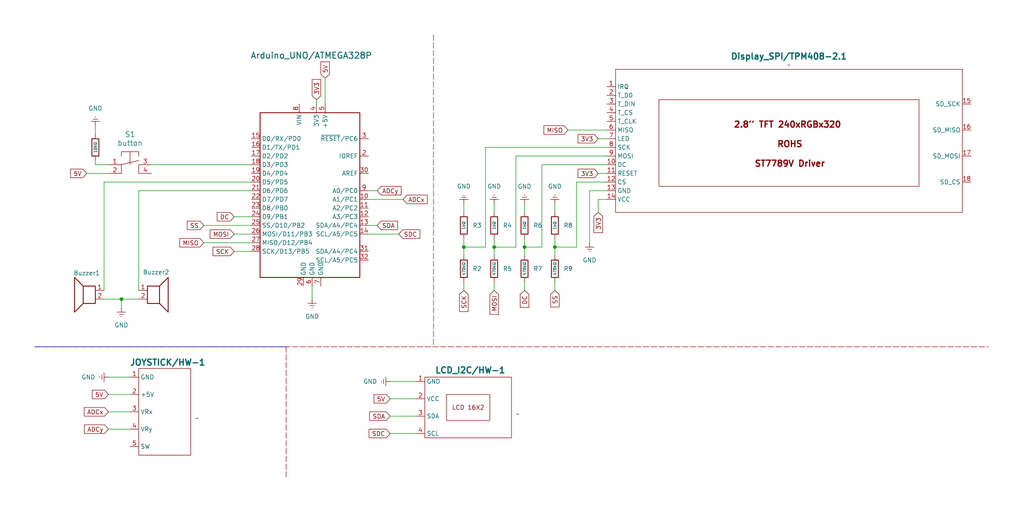
<source format=kicad_sch>
(kicad_sch (version 20250114) (generator "eeschema") (generator_version "9.0")
  (paper "User" 300 150)
  (title_block (title " Proiect PM - Space Invader") (date "2025-05-18"))
  (lib_symbols
    (symbol "Device:Speaker" (pin_names (offset 0) (hide yes))
      (property "Reference" "LS" (at 1.27 5.715 0))
      (property "Value" "Speaker" (at 1.27 3.81 0))
      (symbol "Speaker_0_0"
        (rectangle (start -2.54 1.27) (end 1.016 -3.81) (stroke (width 0.254)))
        (polyline (pts (xy 1.016 1.27) (xy 3.556 3.81) (xy 3.556 -6.35) (xy 1.016 -3.81)) (stroke (width 0.254)))
      )
      (symbol "Speaker_1_1"
        (pin input line (at -5.08 0 0) (length 2.54) (name "1") (number "1"))
        (pin input line (at -5.08 -2.54 0) (length 2.54) (name "2") (number "2"))
      )
    )
    (symbol "Joystick:HW_504"
      (property "Reference" "JOYSTICK/HW-504" (at 0.254 20.066 0))
      (symbol "HW_504_0_1"
        (rectangle (start -7.62 12.7) (end 7.62 -12.7))
      )
      (symbol "HW_504_1_1"
        (pin input line (at -10.16 10.16 0) (length 2.54) (name "GND") (number "1"))
        (pin input line (at -10.16 5.08 0) (length 2.54) (name "+5V") (number "2"))
        (pin input line (at -10.16 0 0) (length 2.54) (name "VRx") (number "3"))
        (pin input line (at -10.16 -5.08 0) (length 2.54) (name "VRy") (number "4"))
        (pin input line (at -10.16 -10.16 0) (length 2.54) (name "SW") (number "5"))
      )
    )
    (symbol "LCD:LCD_I2C_HW061"
      (property "Reference" "LCD_I2C/HW-061" (at 0 16.51 0))
      (symbol "LCD_I2C_HW061_0_1"
        (rectangle (start -12.7 8.89) (end 12.7 -8.89))
        (rectangle (start -6.35 3.81) (end 6.35 -3.81))
      )
      (symbol "LCD_I2C_HW061_1_1"
        (text "LCD 16X2" (at 0 0 0) (effects (font (size 1.27 1.27))))
        (pin input line (at -15.24 7.62 0) (length 2.54) (name "GND") (number "1"))
        (pin input line (at -15.24 2.54 0) (length 2.54) (name "VCC") (number "2"))
        (pin input line (at -15.24 -2.54 0) (length 2.54) (name "SDA") (number "3"))
        (pin input line (at -15.24 -7.62 0) (length 2.54) (name "SCL") (number "4"))
      )
    )
    (symbol "LCD:LCD_SPI_TFT_240xRGBx320"
      (property "Reference" "Display_SPI/TPM408-2.8" (at 0 29.718 0))
      (symbol "LCD_SPI_TFT_240xRGBx320_0_1"
        (rectangle (start -50.8 21.59) (end 50.8 -20.32))
        (rectangle (start -38.1 12.7) (end 38.1 -12.7))
      )
      (symbol "LCD_SPI_TFT_240xRGBx320_1_1"
        (text "2.8'' TFT 240xRGBx320 \n\nROHS\n\nST7789V Driver" (at 0.254 -0.254 0) (effects (font (size 1.778 1.778) (thickness 0.3556) (bold yes))))
        (pin input line (at -53.34 16.51 0) (length 2.54) (name "IRQ") (number "1"))
        (pin input line (at -53.34 13.97 0) (length 2.54) (name "T_D0") (number "2"))
        (pin input line (at -53.34 11.43 0) (length 2.54) (name "T_DIN") (number "3"))
        (pin input line (at -53.34 8.89 0) (length 2.54) (name "T_CS") (number "4"))
        (pin input line (at -53.34 6.35 0) (length 2.54) (name "T_CLK") (number "5"))
        (pin input line (at -53.34 3.81 0) (length 2.54) (name "MISO") (number "6"))
        (pin input line (at -53.34 1.27 0) (length 2.54) (name "LED") (number "7"))
        (pin input line (at -53.34 -1.27 0) (length 2.54) (name "SCK") (number "8"))
        (pin input line (at -53.34 -3.81 0) (length 2.54) (name "MOSI") (number "9"))
        (pin input line (at -53.34 -6.35 0) (length 2.54) (name "DC") (number "10"))
        (pin input line (at -53.34 -8.89 0) (length 2.54) (name "RESET") (number "11"))
        (pin input line (at -53.34 -11.43 0) (length 2.54) (name "CS") (number "12"))
        (pin input line (at -53.34 -13.97 0) (length 2.54) (name "GND") (number "13"))
        (pin input line (at -53.34 -16.51 0) (length 2.54) (name "VCC") (number "14"))
        (pin input line (at 53.34 11.43 180) (length 2.54) (name "SD_SCK") (number "15"))
        (pin input line (at 53.34 3.81 180) (length 2.54) (name "SD_MISO") (number "16"))
        (pin input line (at 53.34 -3.81 180) (length 2.54) (name "SD_MOSI") (number "17"))
        (pin input line (at 53.34 -11.43 180) (length 2.54) (name "SD_CS") (number "18"))
      )
    )
    (symbol "MCU_Module:Arduino_UNO_R3"
      (property "Reference" "A1" (at 7.2233 27.94 0))
      (property "Value" "Arduino_UNO/ATMEGA328P" (at 4.826 39.624 0))
      (symbol "Arduino_UNO_R3_0_1"
        (rectangle (start -10.16 22.86) (end 19.05 -25.4) (stroke (width 0.254)))
      )
      (symbol "Arduino_UNO_R3_1_1"
        (pin bidirectional line (at -12.7 15.24 0) (length 2.54) (name "D0/RX/PD0") (number "15"))
        (pin bidirectional line (at -12.7 12.7 0) (length 2.54) (name "D1/TX/PD1") (number "16"))
        (pin bidirectional line (at -12.7 10.16 0) (length 2.54) (name "D2/PD2") (number "17"))
        (pin bidirectional line (at -12.7 7.62 0) (length 2.54) (name "D3/PD3") (number "18"))
        (pin bidirectional line (at -12.7 5.08 0) (length 2.54) (name "D4/PD4") (number "19"))
        (pin bidirectional line (at -12.7 2.54 0) (length 2.54) (name "D5/PD5") (number "20"))
        (pin bidirectional line (at -12.7 0 0) (length 2.54) (name "D6/PD6") (number "21"))
        (pin bidirectional line (at -12.7 -2.54 0) (length 2.54) (name "D7/PD7") (number "22"))
        (pin bidirectional line (at -12.7 -5.08 0) (length 2.54) (name "D8/PB0") (number "23"))
        (pin bidirectional line (at -12.7 -7.62 0) (length 2.54) (name "D9/PB1") (number "24"))
        (pin bidirectional line (at -12.7 -10.16 0) (length 2.54) (name "SS/D10/PB2") (number "25"))
        (pin bidirectional line (at -12.7 -12.7 0) (length 2.54) (name "MOSI/D11/PB3") (number "26"))
        (pin bidirectional line (at -12.7 -15.24 0) (length 2.54) (name "MISO/D12/PB4") (number "27"))
        (pin bidirectional line (at -12.7 -17.78 0) (length 2.54) (name "SCK/D13/PB5") (number "28"))
        (pin no_connect line (at -10.16 -20.32 0) (length 2.54) (hide yes) (name "NC") (number "1"))
        (pin power_in line (at 1.27 25.4 270) (length 2.54) (name "VIN") (number "8"))
        (pin power_in line (at 2.54 -27.94 90) (length 2.54) (name "GND") (number "29"))
        (pin power_in line (at 5.08 -27.94 90) (length 2.54) (name "GND") (number "6"))
        (pin power_out line (at 6.35 25.4 270) (length 2.54) (name "3V3") (number "4"))
        (pin power_in line (at 7.62 -27.94 90) (length 2.54) (name "GND") (number "7"))
        (pin power_out line (at 8.89 25.4 270) (length 2.54) (name "+5V") (number "5"))
        (pin input line (at 21.59 15.24 180) (length 2.54) (name "~{RESET}/PC6") (number "3"))
        (pin output line (at 21.59 10.16 180) (length 2.54) (name "IOREF") (number "2"))
        (pin input line (at 21.59 5.08 180) (length 2.54) (name "AREF") (number "30"))
        (pin bidirectional line (at 21.59 0 180) (length 2.54) (name "A0/PC0") (number "9"))
        (pin bidirectional line (at 21.59 -2.54 180) (length 2.54) (name "A1/PC1") (number "10"))
        (pin bidirectional line (at 21.59 -5.08 180) (length 2.54) (name "A2/PC2") (number "11"))
        (pin bidirectional line (at 21.59 -7.62 180) (length 2.54) (name "A3/PC3") (number "12"))
        (pin bidirectional line (at 21.59 -10.16 180) (length 2.54) (name "SDA/A4/PC4") (number "13"))
        (pin bidirectional line (at 21.59 -12.7 180) (length 2.54) (name "SCL/A5/PC5") (number "14"))
        (pin bidirectional line (at 21.59 -17.78 180) (length 2.54) (name "SDA/A4/PC4") (number "31"))
        (pin bidirectional line (at 21.59 -20.32 180) (length 2.54) (name "SCL/A5/PC5") (number "32"))
      )
    )
    (symbol "PCM_JLCPCB-Resistors:0402,1kΩ" (pin_numbers (hide yes)) (pin_names (offset 0))
      (property "Reference" "R" (at 1.778 0 0))
      (property "Value" "1kΩ" (at 0 0 90))
      (symbol "0402,1kΩ_0_1"
        (rectangle (start -1.016 2.54) (end 1.016 -2.54) (stroke (width 0.254)))
      )
      (symbol "0402,1kΩ_1_1"
        (pin passive line (at 0 3.81 270) (length 1.27) (name "~") (number "1"))
        (pin passive line (at 0 -3.81 90) (length 1.27) (name "~") (number "2"))
      )
    )
    (symbol "PCM_JLCPCB-Resistors:0402,470kΩ" (pin_numbers (hide yes)) (pin_names (offset 0))
      (property "Reference" "R" (at 1.778 0 0))
      (property "Value" "470kΩ" (at 0 0 90))
      (symbol "0402,470kΩ_0_1"
        (rectangle (start -1.016 2.54) (end 1.016 -2.54) (stroke (width 0.254)))
      )
      (symbol "0402,470kΩ_1_1"
        (pin passive line (at 0 3.81 270) (length 1.27) (name "~") (number "1"))
        (pin passive line (at 0 -3.81 90) (length 1.27) (name "~") (number "2"))
      )
    )
    (symbol "PCM_JLCPCB-Resistors:0805,10kΩ" (pin_numbers (hide yes)) (pin_names (offset 0))
      (property "Reference" "R" (at 1.778 0 0))
      (property "Value" "10kΩ" (at 0 0 90))
      (symbol "0805,10kΩ_0_1"
        (rectangle (start -1.016 2.54) (end 1.016 -2.54) (stroke (width 0.254)))
      )
      (symbol "0805,10kΩ_1_1"
        (pin passive line (at 0 3.81 270) (length 1.27) (name "~") (number "1"))
        (pin passive line (at 0 -3.81 90) (length 1.27) (name "~") (number "2"))
      )
    )
    (symbol "SPST-4PIN:button" (pin_names (offset 1.016))
      (property "Reference" "S" (at -1.27 7.62 0))
      (property "Value" "button" (at 0 -2.54 0))
      (symbol "button_0_1"
        (polyline (pts (xy -2.54 5.08) (xy -2.54 6.35) (xy 2.54 6.35) (xy 2.54 5.08)))
        (polyline (pts (xy -2.54 2.54) (xy 2.54 3.81)))
        (polyline (pts (xy -2.54 0) (xy -2.54 2.54)))
        (polyline (pts (xy 0 6.35) (xy 0 2.54)))
        (polyline (pts (xy 2.54 0) (xy 2.54 2.54)))
      )
      (symbol "button_1_1"
        (pin passive line (at -6.35 2.54 0) (length 3.81) (name "~") (number "1"))
        (pin passive line (at -6.35 0 0) (length 3.81) (name "~") (number "2"))
        (pin passive line (at 6.35 2.54 180) (length 3.81) (name "~") (number "3"))
        (pin passive line (at 6.35 0 180) (length 3.81) (name "~") (number "4"))
      )
    )
    (symbol "Speaker_1" (pin_names (offset 0) (hide yes))
      (property "Value" "Buzzer1" (at 0 -7.62 0))
      (symbol "Speaker_1_0_0"
        (rectangle (start -2.54 1.27) (end 1.016 -3.81) (stroke (width 0.254)))
        (polyline (pts (xy 1.016 1.27) (xy 3.556 3.81) (xy 3.556 -6.35) (xy 1.016 -3.81)) (stroke (width 0.254)))
      )
      (symbol "Speaker_1_1_1"
        (pin input line (at -5.08 0 0) (length 2.54) (name "2") (number "2"))
        (pin input line (at -5.08 -2.54 0) (length 2.54) (name "1") (number "1"))
      )
    )
    (symbol "power:GNDREF" (power) (pin_numbers (hide yes)) (pin_names (offset 0) (hide yes))
      (property "Value" "GNDREF" (at 0 -3.81 0))
      (symbol "GNDREF_0_1"
        (polyline (pts (xy -0.635 -1.905) (xy 0.635 -1.905)))
        (polyline (pts (xy -0.127 -2.54) (xy 0.127 -2.54)))
        (polyline (pts (xy 0 -1.27) (xy 0 0)))
        (polyline (pts (xy 1.27 -1.27) (xy -1.27 -1.27)))
      )
      (symbol "GNDREF_1_1"
        (pin power_in line (at 0 0 270) (length 0) (name "~") (number "1"))
      )
    )
  )
  (junction (at 153.67 72.39))
  (junction (at 162.56 72.39))
  (junction (at 135.89 72.39))
  (junction (at 144.78 72.39))
  (junction (at 35.56 87.63))
  (wire (pts (xy 30.48 53.34) (xy 73.66 53.34)))
  (wire (pts (xy 168.91 53.34) (xy 177.8 53.34)))
  (wire (pts (xy 27.94 48.26) (xy 27.94 46.99)))
  (wire (pts (xy 158.75 72.39) (xy 153.67 72.39)))
  (polyline (pts (xy 127 10.16) (xy 127 101.6)) (stroke (width 0) (type dash) (color 187 0 10 1)))
  (wire (pts (xy 172.72 55.88) (xy 177.8 55.88)))
  (wire (pts (xy 153.67 69.85) (xy 153.67 72.39)))
  (wire (pts (xy 162.56 82.55) (xy 162.56 85.09)))
  (polyline (pts (xy 10.16 101.6) (xy 83.82 101.6)))
  (wire (pts (xy 35.56 87.63) (xy 35.56 90.17)))
  (wire (pts (xy 144.78 72.39) (xy 144.78 74.93)))
  (wire (pts (xy 151.13 45.72) (xy 177.8 45.72)))
  (wire (pts (xy 91.44 83.82) (xy 91.44 87.63)))
  (wire (pts (xy 135.89 82.55) (xy 135.89 85.09)))
  (wire (pts (xy 153.67 82.55) (xy 153.67 85.09)))
  (wire (pts (xy 144.78 59.69) (xy 144.78 62.23)))
  (wire (pts (xy 27.94 36.83) (xy 27.94 39.37)))
  (polyline (pts (xy 10.16 101.6) (xy 289.56 101.6)) (stroke (width 0) (type dash) (color 187 0 10 1)))
  (wire (pts (xy 68.58 63.5) (xy 73.66 63.5)))
  (wire (pts (xy 175.26 40.64) (xy 177.8 40.64)))
  (wire (pts (xy 172.72 71.12) (xy 172.72 55.88)))
  (wire (pts (xy 31.75 120.65) (xy 38.1 120.65)))
  (wire (pts (xy 107.95 66.04) (xy 110.49 66.04)))
  (wire (pts (xy 31.75 48.26) (xy 27.94 48.26)))
  (wire (pts (xy 153.67 59.69) (xy 153.67 62.23)))
  (wire (pts (xy 40.64 55.88) (xy 40.64 85.09)))
  (wire (pts (xy 40.64 55.88) (xy 73.66 55.88)))
  (wire (pts (xy 114.3 127) (xy 121.92 127)))
  (wire (pts (xy 25.4 50.8) (xy 31.75 50.8)))
  (wire (pts (xy 44.45 48.26) (xy 73.66 48.26)))
  (wire (pts (xy 175.26 50.8) (xy 177.8 50.8)))
  (wire (pts (xy 142.24 43.18) (xy 177.8 43.18)))
  (wire (pts (xy 95.25 22.86) (xy 95.25 30.48)))
  (wire (pts (xy 68.58 68.58) (xy 73.66 68.58)))
  (wire (pts (xy 158.75 48.26) (xy 177.8 48.26)))
  (wire (pts (xy 135.89 59.69) (xy 135.89 62.23)))
  (wire (pts (xy 162.56 69.85) (xy 162.56 72.39)))
  (wire (pts (xy 114.3 116.84) (xy 121.92 116.84)))
  (wire (pts (xy 30.48 53.34) (xy 30.48 85.09)))
  (wire (pts (xy 68.58 73.66) (xy 73.66 73.66)))
  (wire (pts (xy 144.78 69.85) (xy 144.78 72.39)))
  (wire (pts (xy 151.13 72.39) (xy 144.78 72.39)))
  (wire (pts (xy 35.56 87.63) (xy 40.64 87.63)))
  (wire (pts (xy 107.95 68.58) (xy 116.84 68.58)))
  (wire (pts (xy 166.37 38.1) (xy 177.8 38.1)))
  (wire (pts (xy 142.24 43.18) (xy 142.24 72.39)))
  (wire (pts (xy 92.71 29.21) (xy 92.71 30.48)))
  (wire (pts (xy 107.95 55.88) (xy 110.49 55.88)))
  (wire (pts (xy 175.26 62.23) (xy 175.26 58.42)))
  (wire (pts (xy 175.26 58.42) (xy 177.8 58.42)))
  (wire (pts (xy 30.48 87.63) (xy 35.56 87.63)))
  (wire (pts (xy 168.91 72.39) (xy 162.56 72.39)))
  (wire (pts (xy 59.69 71.12) (xy 73.66 71.12)))
  (polyline (pts (xy 83.82 101.6) (xy 83.82 139.7)) (stroke (width 0) (type dash) (color 187 0 10 1)))
  (wire (pts (xy 162.56 72.39) (xy 162.56 74.93)))
  (wire (pts (xy 153.67 72.39) (xy 153.67 74.93)))
  (wire (pts (xy 142.24 72.39) (xy 135.89 72.39)))
  (wire (pts (xy 59.69 66.04) (xy 73.66 66.04)))
  (wire (pts (xy 162.56 59.69) (xy 162.56 62.23)))
  (wire (pts (xy 135.89 72.39) (xy 135.89 74.93)))
  (wire (pts (xy 151.13 45.72) (xy 151.13 72.39)))
  (wire (pts (xy 168.91 53.34) (xy 168.91 72.39)))
  (wire (pts (xy 31.75 110.49) (xy 38.1 110.49)))
  (wire (pts (xy 114.3 111.76) (xy 121.92 111.76)))
  (wire (pts (xy 114.3 121.92) (xy 121.92 121.92)))
  (wire (pts (xy 135.89 69.85) (xy 135.89 72.39)))
  (wire (pts (xy 31.75 115.57) (xy 38.1 115.57)))
  (wire (pts (xy 158.75 48.26) (xy 158.75 72.39)))
  (wire (pts (xy 144.78 82.55) (xy 144.78 85.09)))
  (wire (pts (xy 31.75 125.73) (xy 38.1 125.73)))
  (wire (pts (xy 107.95 58.42) (xy 118.11 58.42)))
  (global_label "SS" (shape input) (at 162.56 85.09 270) (property "Intersheetrefs" "${INTERSHEET_REFS}" (effects (hide yes))))
  (global_label "MOSI" (shape input) (at 144.78 85.09 270) (property "Intersheetrefs" "${INTERSHEET_REFS}" (effects (hide yes))))
  (global_label "SDC" (shape input) (at 114.3 127 180) (property "Intersheetrefs" "${INTERSHEET_REFS}" (effects (hide yes))))
  (global_label "ADCx" (shape input) (at 31.75 120.65 180) (property "Intersheetrefs" "${INTERSHEET_REFS}" (effects (hide yes))))
  (global_label "3V3" (shape input) (at 92.71 29.21 90) (property "Intersheetrefs" "${INTERSHEET_REFS}" (effects (hide yes))))
  (global_label "ADCy" (shape input) (at 31.75 125.73 180) (property "Intersheetrefs" "${INTERSHEET_REFS}" (effects (hide yes))))
  (global_label "3V3" (shape input) (at 175.26 50.8 180) (property "Intersheetrefs" "${INTERSHEET_REFS}" (effects (hide yes))))
  (global_label "5V" (shape input) (at 114.3 116.84 180) (property "Intersheetrefs" "${INTERSHEET_REFS}" (effects (hide yes))))
  (global_label "MOSI" (shape input) (at 68.58 68.58 180) (property "Intersheetrefs" "${INTERSHEET_REFS}" (effects (hide yes))))
  (global_label "ADCy" (shape input) (at 110.49 55.88 0) (property "Intersheetrefs" "${INTERSHEET_REFS}" (effects (hide yes))))
  (global_label "5V" (shape input) (at 31.75 115.57 180) (property "Intersheetrefs" "${INTERSHEET_REFS}" (effects (hide yes))))
  (global_label "3V3" (shape input) (at 175.26 40.64 180) (property "Intersheetrefs" "${INTERSHEET_REFS}" (effects (hide yes))))
  (global_label "5V" (shape input) (at 25.4 50.8 180) (property "Intersheetrefs" "${INTERSHEET_REFS}" (effects (hide yes))))
  (global_label "MISO" (shape input) (at 166.37 38.1 180) (property "Intersheetrefs" "${INTERSHEET_REFS}" (effects (hide yes))))
  (global_label "5V" (shape input) (at 95.25 22.86 90) (property "Intersheetrefs" "${INTERSHEET_REFS}" (effects (hide yes))))
  (global_label "SDA" (shape input) (at 110.49 66.04 0) (property "Intersheetrefs" "${INTERSHEET_REFS}" (effects (hide yes))))
  (global_label "DC" (shape input) (at 68.58 63.5 180) (property "Intersheetrefs" "${INTERSHEET_REFS}" (effects (hide yes))))
  (global_label "SCK" (shape input) (at 68.58 73.66 180) (property "Intersheetrefs" "${INTERSHEET_REFS}" (effects (hide yes))))
  (global_label "3V3" (shape input) (at 175.26 62.23 270) (property "Intersheetrefs" "${INTERSHEET_REFS}" (effects (hide yes))))
  (global_label "SCK" (shape input) (at 135.89 85.09 270) (property "Intersheetrefs" "${INTERSHEET_REFS}" (effects (hide yes))))
  (global_label "MISO" (shape input) (at 59.69 71.12 180) (property "Intersheetrefs" "${INTERSHEET_REFS}" (effects (hide yes))))
  (global_label "ADCx" (shape input) (at 118.11 58.42 0) (property "Intersheetrefs" "${INTERSHEET_REFS}" (effects (hide yes))))
  (global_label "SDC" (shape input) (at 116.84 68.58 0) (property "Intersheetrefs" "${INTERSHEET_REFS}" (effects (hide yes))))
  (global_label "DC" (shape input) (at 153.67 85.09 270) (property "Intersheetrefs" "${INTERSHEET_REFS}" (effects (hide yes))))
  (global_label "SS" (shape input) (at 59.69 66.04 180) (property "Intersheetrefs" "${INTERSHEET_REFS}" (effects (hide yes))))
  (global_label "SDA" (shape input) (at 114.3 121.92 180) (property "Intersheetrefs" "${INTERSHEET_REFS}" (effects (hide yes))))
  (symbol (lib_id "power:GNDREF") (at 31.75 110.49 270) (unit 1)
    (property "Reference" "#PWR04" (effects (hide yes)))
    (property "Value" "GND" (at 27.94 110.4899 90) (effects (justify right)))
    (property "Description" "Power symbol creates a global label with name \"GNDREF\" , reference supply ground" (effects (hide yes)))
  )
  (symbol (lib_id "power:GNDREF") (at 91.44 87.63 0) (unit 1)
    (property "Reference" "#PWR01" (effects (hide yes)))
    (property "Value" "GND" (at 91.44 92.71 0))
    (property "Description" "Power symbol creates a global label with name \"GNDREF\" , reference supply ground" (effects (hide yes)))
  )
  (symbol (lib_id "PCM_JLCPCB-Resistors:0402,1kΩ") (at 153.67 66.04 0) (unit 1)
    (property "Reference" "R6" (at 156.21 66.0399 0) (effects (justify left)))
    (property "Value" "1kΩ" (at 153.67 66.04 90) (effects (font (size 0.8 0.8))))
    (property "Footprint" "PCM_JLCPCB:R_0402" (effects (hide yes)))
    (property "Datasheet" "https://www.lcsc.com/datasheet/lcsc_datasheet_2206010216_UNI-ROYAL-Uniroyal-Elec-0402WGF1001TCE_C11702.pdf" (effects (hide yes)))
    (property "Description" "62.5mW Thick Film Resistors 50V ±100ppm/°C ±1% 1kΩ 0402 Chip Resistor - Surface Mount ROHS" (effects (hide yes)))
    (property "LCSC" "C11702" (effects (hide yes)))
    (property "Stock" "17763224" (effects (hide yes)))
    (property "Price" "0.004USD" (effects (hide yes)))
    (property "Process" "SMT" (effects (hide yes)))
    (property "Minimum Qty" "20" (effects (hide yes)))
    (property "Attrition Qty" "10" (effects (hide yes)))
    (property "Class" "Basic Component" (effects (hide yes)))
    (property "Category" "Resistors,Chip Resistor - Surface Mount" (effects (hide yes)))
    (property "Manufacturer" "UNI-ROYAL(Uniroyal Elec)" (effects (hide yes)))
    (property "Part" "0402WGF1001TCE" (effects (hide yes)))
    (property "Resistance" "1kΩ" (effects (hide yes)))
    (property "Power(Watts)" "62.5mW" (effects (hide yes)))
    (property "Type" "Thick Film Resistors" (effects (hide yes)))
    (property "Overload Voltage (Max)" "50V" (effects (hide yes)))
    (property "Operating Temperature Range" "-55°C~+155°C" (effects (hide yes)))
    (property "Tolerance" "±1%" (effects (hide yes)))
    (property "Temperature Coefficient" "±100ppm/°C" (effects (hide yes)))
  )
  (symbol (lib_id "power:GNDREF") (at 162.56 59.69 180) (unit 1)
    (property "Reference" "#PWR010" (effects (hide yes)))
    (property "Value" "GND" (at 162.56 54.61 0))
    (property "Description" "Power symbol creates a global label with name \"GNDREF\" , reference supply ground" (effects (hide yes)))
  )
  (symbol (lib_id "LCD:LCD_SPI_TFT_240xRGBx320") (at 231.14 41.91 0) (unit 1)
    (property "Reference" "Display_SPI/TPM408-2.1" (at 231.14 16.51 0) (effects (font (size 1.778 1.778) (thickness 0.3556) (bold yes))))
    (property "Value" "~" (at 231.14 19.05 0))
  )
  (symbol (lib_id "PCM_JLCPCB-Resistors:0402,470kΩ") (at 135.89 78.74 0) (unit 1)
    (property "Reference" "R2" (at 138.43 78.7399 0) (effects (justify left)))
    (property "Value" "470kΩ" (at 135.89 78.74 90) (effects (font (size 0.8 0.8))))
    (property "Footprint" "PCM_JLCPCB:R_0402" (effects (hide yes)))
    (property "Datasheet" "https://www.lcsc.com/datasheet/lcsc_datasheet_2206010100_UNI-ROYAL-Uniroyal-Elec-0402WGF4703TCE_C25790.pdf" (effects (hide yes)))
    (property "Description" "62.5mW Thick Film Resistors 50V ±100ppm/°C ±1% 470kΩ 0402 Chip Resistor - Surface Mount ROHS" (effects (hide yes)))
    (property "LCSC" "C25790" (effects (hide yes)))
    (property "Stock" "319053" (effects (hide yes)))
    (property "Price" "0.004USD" (effects (hide yes)))
    (property "Process" "SMT" (effects (hide yes)))
    (property "Minimum Qty" "20" (effects (hide yes)))
    (property "Attrition Qty" "10" (effects (hide yes)))
    (property "Class" "Preferred Component" (effects (hide yes)))
    (property "Category" "Resistors,Chip Resistor - Surface Mount" (effects (hide yes)))
    (property "Manufacturer" "UNI-ROYAL(Uniroyal Elec)" (effects (hide yes)))
    (property "Part" "0402WGF4703TCE" (effects (hide yes)))
    (property "Resistance" "470kΩ" (effects (hide yes)))
    (property "Power(Watts)" "62.5mW" (effects (hide yes)))
    (property "Type" "Thick Film Resistors" (effects (hide yes)))
    (property "Overload Voltage (Max)" "50V" (effects (hide yes)))
    (property "Operating Temperature Range" "-55°C~+155°C" (effects (hide yes)))
    (property "Tolerance" "±1%" (effects (hide yes)))
    (property "Temperature Coefficient" "±100ppm/°C" (effects (hide yes)))
  )
  (symbol (lib_id "PCM_JLCPCB-Resistors:0402,1kΩ") (at 162.56 66.04 0) (unit 1)
    (property "Reference" "R8" (at 165.1 66.0399 0) (effects (justify left)))
    (property "Value" "1kΩ" (at 162.56 66.04 90) (effects (font (size 0.8 0.8))))
    (property "Footprint" "PCM_JLCPCB:R_0402" (effects (hide yes)))
    (property "Datasheet" "https://www.lcsc.com/datasheet/lcsc_datasheet_2206010216_UNI-ROYAL-Uniroyal-Elec-0402WGF1001TCE_C11702.pdf" (effects (hide yes)))
    (property "Description" "62.5mW Thick Film Resistors 50V ±100ppm/°C ±1% 1kΩ 0402 Chip Resistor - Surface Mount ROHS" (effects (hide yes)))
    (property "LCSC" "C11702" (effects (hide yes)))
    (property "Stock" "17763224" (effects (hide yes)))
    (property "Price" "0.004USD" (effects (hide yes)))
    (property "Process" "SMT" (effects (hide yes)))
    (property "Minimum Qty" "20" (effects (hide yes)))
    (property "Attrition Qty" "10" (effects (hide yes)))
    (property "Class" "Basic Component" (effects (hide yes)))
    (property "Category" "Resistors,Chip Resistor - Surface Mount" (effects (hide yes)))
    (property "Manufacturer" "UNI-ROYAL(Uniroyal Elec)" (effects (hide yes)))
    (property "Part" "0402WGF1001TCE" (effects (hide yes)))
    (property "Resistance" "1kΩ" (effects (hide yes)))
    (property "Power(Watts)" "62.5mW" (effects (hide yes)))
    (property "Type" "Thick Film Resistors" (effects (hide yes)))
    (property "Overload Voltage (Max)" "50V" (effects (hide yes)))
    (property "Operating Temperature Range" "-55°C~+155°C" (effects (hide yes)))
    (property "Tolerance" "±1%" (effects (hide yes)))
    (property "Temperature Coefficient" "±100ppm/°C" (effects (hide yes)))
  )
  (symbol (lib_id "power:GNDREF") (at 114.3 111.76 270) (unit 1)
    (property "Reference" "#PWR05" (effects (hide yes)))
    (property "Value" "GND" (at 110.49 111.7599 90) (effects (justify right)))
    (property "Description" "Power symbol creates a global label with name \"GNDREF\" , reference supply ground" (effects (hide yes)))
  )
  (symbol (lib_id "PCM_JLCPCB-Resistors:0402,470kΩ") (at 153.67 78.74 0) (unit 1)
    (property "Reference" "R7" (at 156.21 78.7399 0) (effects (justify left)))
    (property "Value" "470kΩ" (at 153.67 78.74 90) (effects (font (size 0.8 0.8))))
    (property "Footprint" "PCM_JLCPCB:R_0402" (effects (hide yes)))
    (property "Datasheet" "https://www.lcsc.com/datasheet/lcsc_datasheet_2206010100_UNI-ROYAL-Uniroyal-Elec-0402WGF4703TCE_C25790.pdf" (effects (hide yes)))
    (property "Description" "62.5mW Thick Film Resistors 50V ±100ppm/°C ±1% 470kΩ 0402 Chip Resistor - Surface Mount ROHS" (effects (hide yes)))
    (property "LCSC" "C25790" (effects (hide yes)))
    (property "Stock" "319053" (effects (hide yes)))
    (property "Price" "0.004USD" (effects (hide yes)))
    (property "Process" "SMT" (effects (hide yes)))
    (property "Minimum Qty" "20" (effects (hide yes)))
    (property "Attrition Qty" "10" (effects (hide yes)))
    (property "Class" "Preferred Component" (effects (hide yes)))
    (property "Category" "Resistors,Chip Resistor - Surface Mount" (effects (hide yes)))
    (property "Manufacturer" "UNI-ROYAL(Uniroyal Elec)" (effects (hide yes)))
    (property "Part" "0402WGF4703TCE" (effects (hide yes)))
    (property "Resistance" "470kΩ" (effects (hide yes)))
    (property "Power(Watts)" "62.5mW" (effects (hide yes)))
    (property "Type" "Thick Film Resistors" (effects (hide yes)))
    (property "Overload Voltage (Max)" "50V" (effects (hide yes)))
    (property "Operating Temperature Range" "-55°C~+155°C" (effects (hide yes)))
    (property "Tolerance" "±1%" (effects (hide yes)))
    (property "Temperature Coefficient" "±100ppm/°C" (effects (hide yes)))
  )
  (symbol (lib_name "Speaker_1") (lib_id "Device:Speaker") (at 25.4 87.63 180) (unit 1)
    (property "Reference" "LS2" (effects (hide yes)))
    (property "Value" "Buzzer1" (at 25.4 80.01 0))
    (property "Description" "Speaker" (effects (hide yes)))
  )
  (symbol (lib_id "PCM_JLCPCB-Resistors:0402,1kΩ") (at 135.89 66.04 0) (unit 1)
    (property "Reference" "R3" (at 138.43 66.0399 0) (effects (justify left)))
    (property "Value" "1kΩ" (at 135.89 66.04 90) (effects (font (size 0.8 0.8))))
    (property "Footprint" "PCM_JLCPCB:R_0402" (effects (hide yes)))
    (property "Datasheet" "https://www.lcsc.com/datasheet/lcsc_datasheet_2206010216_UNI-ROYAL-Uniroyal-Elec-0402WGF1001TCE_C11702.pdf" (effects (hide yes)))
    (property "Description" "62.5mW Thick Film Resistors 50V ±100ppm/°C ±1% 1kΩ 0402 Chip Resistor - Surface Mount ROHS" (effects (hide yes)))
    (property "LCSC" "C11702" (effects (hide yes)))
    (property "Stock" "17763224" (effects (hide yes)))
    (property "Price" "0.004USD" (effects (hide yes)))
    (property "Process" "SMT" (effects (hide yes)))
    (property "Minimum Qty" "20" (effects (hide yes)))
    (property "Attrition Qty" "10" (effects (hide yes)))
    (property "Class" "Basic Component" (effects (hide yes)))
    (property "Category" "Resistors,Chip Resistor - Surface Mount" (effects (hide yes)))
    (property "Manufacturer" "UNI-ROYAL(Uniroyal Elec)" (effects (hide yes)))
    (property "Part" "0402WGF1001TCE" (effects (hide yes)))
    (property "Resistance" "1kΩ" (effects (hide yes)))
    (property "Power(Watts)" "62.5mW" (effects (hide yes)))
    (property "Type" "Thick Film Resistors" (effects (hide yes)))
    (property "Overload Voltage (Max)" "50V" (effects (hide yes)))
    (property "Operating Temperature Range" "-55°C~+155°C" (effects (hide yes)))
    (property "Tolerance" "±1%" (effects (hide yes)))
    (property "Temperature Coefficient" "±100ppm/°C" (effects (hide yes)))
  )
  (symbol (lib_id "Joystick:HW_504") (at 48.26 120.65 0) (unit 1)
    (property "Reference" "JOYSTICK/HW-1" (at 37.846 106.172 0) (effects (font (size 1.778 1.778) (thickness 0.3556) (bold yes)) (justify left)))
    (property "Value" "~" (at 57.15 122.555 0) (effects (justify left)))
  )
  (symbol (lib_id "Device:Speaker") (at 45.72 85.09 0) (unit 1)
    (property "Reference" "LS3" (effects (hide yes)))
    (property "Value" "Buzzer2" (at 45.72 79.756 0))
    (property "Description" "Speaker" (effects (hide yes)))
  )
  (symbol (lib_id "PCM_JLCPCB-Resistors:0402,470kΩ") (at 162.56 78.74 0) (unit 1)
    (property "Reference" "R9" (at 165.1 78.7399 0) (effects (justify left)))
    (property "Value" "470kΩ" (at 162.56 78.74 90) (effects (font (size 0.8 0.8))))
    (property "Footprint" "PCM_JLCPCB:R_0402" (effects (hide yes)))
    (property "Datasheet" "https://www.lcsc.com/datasheet/lcsc_datasheet_2206010100_UNI-ROYAL-Uniroyal-Elec-0402WGF4703TCE_C25790.pdf" (effects (hide yes)))
    (property "Description" "62.5mW Thick Film Resistors 50V ±100ppm/°C ±1% 470kΩ 0402 Chip Resistor - Surface Mount ROHS" (effects (hide yes)))
    (property "LCSC" "C25790" (effects (hide yes)))
    (property "Stock" "319053" (effects (hide yes)))
    (property "Price" "0.004USD" (effects (hide yes)))
    (property "Process" "SMT" (effects (hide yes)))
    (property "Minimum Qty" "20" (effects (hide yes)))
    (property "Attrition Qty" "10" (effects (hide yes)))
    (property "Class" "Preferred Component" (effects (hide yes)))
    (property "Category" "Resistors,Chip Resistor - Surface Mount" (effects (hide yes)))
    (property "Manufacturer" "UNI-ROYAL(Uniroyal Elec)" (effects (hide yes)))
    (property "Part" "0402WGF4703TCE" (effects (hide yes)))
    (property "Resistance" "470kΩ" (effects (hide yes)))
    (property "Power(Watts)" "62.5mW" (effects (hide yes)))
    (property "Type" "Thick Film Resistors" (effects (hide yes)))
    (property "Overload Voltage (Max)" "50V" (effects (hide yes)))
    (property "Operating Temperature Range" "-55°C~+155°C" (effects (hide yes)))
    (property "Tolerance" "±1%" (effects (hide yes)))
    (property "Temperature Coefficient" "±100ppm/°C" (effects (hide yes)))
  )
  (symbol (lib_id "power:GNDREF") (at 135.89 59.69 180) (unit 1)
    (property "Reference" "#PWR07" (effects (hide yes)))
    (property "Value" "GND" (at 135.89 54.61 0))
    (property "Description" "Power symbol creates a global label with name \"GNDREF\" , reference supply ground" (effects (hide yes)))
  )
  (symbol (lib_id "MCU_Module:Arduino_UNO_R3") (at 86.36 55.88 0) (unit 1)
    (property "Reference" "A1" (effects (hide yes)))
    (property "Value" "Arduino_UNO/ATMEGA328P" (at 91.186 16.256 0) (effects (font (size 1.778 1.778) (thickness 0.254) (bold yes))))
    (property "Footprint" "Module:Arduino_UNO_R3" (effects (hide yes)))
    (property "Datasheet" "https://www.arduino.cc/en/Main/arduinoBoardUno" (effects (hide yes)))
    (property "Description" "Arduino UNO Microcontroller Module, release 3" (effects (hide yes)))
  )
  (symbol (lib_id "SPST-4PIN:button") (at 38.1 50.8 0) (unit 1)
    (property "Reference" "S1" (at 38.1 39.37 0) (effects (font (size 1.524 1.524))))
    (property "Value" "button" (at 38.1 41.91 0) (effects (font (size 1.524 1.524))))
  )
  (symbol (lib_id "power:GNDREF") (at 172.72 71.12 0) (unit 1)
    (property "Reference" "#PWR06" (effects (hide yes)))
    (property "Value" "GND" (at 172.72 76.2 0))
    (property "Description" "Power symbol creates a global label with name \"GNDREF\" , reference supply ground" (effects (hide yes)))
  )
  (symbol (lib_id "power:GNDREF") (at 153.67 59.69 180) (unit 1)
    (property "Reference" "#PWR09" (effects (hide yes)))
    (property "Value" "GND" (at 153.67 54.61 0))
    (property "Description" "Power symbol creates a global label with name \"GNDREF\" , reference supply ground" (effects (hide yes)))
  )
  (symbol (lib_id "LCD:LCD_I2C_HW061") (at 137.16 119.38 0) (unit 1)
    (property "Reference" "LCD_I2C/HW-1" (at 127.254 108.458 0) (effects (font (size 1.778 1.778) (thickness 0.3556) (bold yes)) (justify left)))
    (property "Value" "~" (at 151.13 121.285 0) (effects (justify left)))
  )
  (symbol (lib_id "PCM_JLCPCB-Resistors:0402,470kΩ") (at 144.78 78.74 0) (unit 1)
    (property "Reference" "R5" (at 147.32 78.7399 0) (effects (justify left)))
    (property "Value" "470kΩ" (at 144.78 78.74 90) (effects (font (size 0.8 0.8))))
    (property "Footprint" "PCM_JLCPCB:R_0402" (effects (hide yes)))
    (property "Datasheet" "https://www.lcsc.com/datasheet/lcsc_datasheet_2206010100_UNI-ROYAL-Uniroyal-Elec-0402WGF4703TCE_C25790.pdf" (effects (hide yes)))
    (property "Description" "62.5mW Thick Film Resistors 50V ±100ppm/°C ±1% 470kΩ 0402 Chip Resistor - Surface Mount ROHS" (effects (hide yes)))
    (property "LCSC" "C25790" (effects (hide yes)))
    (property "Stock" "319053" (effects (hide yes)))
    (property "Price" "0.004USD" (effects (hide yes)))
    (property "Process" "SMT" (effects (hide yes)))
    (property "Minimum Qty" "20" (effects (hide yes)))
    (property "Attrition Qty" "10" (effects (hide yes)))
    (property "Class" "Preferred Component" (effects (hide yes)))
    (property "Category" "Resistors,Chip Resistor - Surface Mount" (effects (hide yes)))
    (property "Manufacturer" "UNI-ROYAL(Uniroyal Elec)" (effects (hide yes)))
    (property "Part" "0402WGF4703TCE" (effects (hide yes)))
    (property "Resistance" "470kΩ" (effects (hide yes)))
    (property "Power(Watts)" "62.5mW" (effects (hide yes)))
    (property "Type" "Thick Film Resistors" (effects (hide yes)))
    (property "Overload Voltage (Max)" "50V" (effects (hide yes)))
    (property "Operating Temperature Range" "-55°C~+155°C" (effects (hide yes)))
    (property "Tolerance" "±1%" (effects (hide yes)))
    (property "Temperature Coefficient" "±100ppm/°C" (effects (hide yes)))
  )
  (symbol (lib_id "PCM_JLCPCB-Resistors:0402,1kΩ") (at 144.78 66.04 0) (unit 1)
    (property "Reference" "R4" (at 147.32 66.0399 0) (effects (justify left)))
    (property "Value" "1kΩ" (at 144.78 66.04 90) (effects (font (size 0.8 0.8))))
    (property "Footprint" "PCM_JLCPCB:R_0402" (effects (hide yes)))
    (property "Datasheet" "https://www.lcsc.com/datasheet/lcsc_datasheet_2206010216_UNI-ROYAL-Uniroyal-Elec-0402WGF1001TCE_C11702.pdf" (effects (hide yes)))
    (property "Description" "62.5mW Thick Film Resistors 50V ±100ppm/°C ±1% 1kΩ 0402 Chip Resistor - Surface Mount ROHS" (effects (hide yes)))
    (property "LCSC" "C11702" (effects (hide yes)))
    (property "Stock" "17763224" (effects (hide yes)))
    (property "Price" "0.004USD" (effects (hide yes)))
    (property "Process" "SMT" (effects (hide yes)))
    (property "Minimum Qty" "20" (effects (hide yes)))
    (property "Attrition Qty" "10" (effects (hide yes)))
    (property "Class" "Basic Component" (effects (hide yes)))
    (property "Category" "Resistors,Chip Resistor - Surface Mount" (effects (hide yes)))
    (property "Manufacturer" "UNI-ROYAL(Uniroyal Elec)" (effects (hide yes)))
    (property "Part" "0402WGF1001TCE" (effects (hide yes)))
    (property "Resistance" "1kΩ" (effects (hide yes)))
    (property "Power(Watts)" "62.5mW" (effects (hide yes)))
    (property "Type" "Thick Film Resistors" (effects (hide yes)))
    (property "Overload Voltage (Max)" "50V" (effects (hide yes)))
    (property "Operating Temperature Range" "-55°C~+155°C" (effects (hide yes)))
    (property "Tolerance" "±1%" (effects (hide yes)))
    (property "Temperature Coefficient" "±100ppm/°C" (effects (hide yes)))
  )
  (symbol (lib_id "PCM_JLCPCB-Resistors:0805,10kΩ") (at 27.94 43.18 0) (unit 1)
    (property "Reference" "R1" (effects (hide yes)))
    (property "Value" "10kΩ" (at 27.94 43.18 90) (effects (font (size 0.8 0.8))))
    (property "Footprint" "PCM_JLCPCB:R_0805" (effects (hide yes)))
    (property "Datasheet" "https://www.lcsc.com/datasheet/lcsc_datasheet_2411221126_UNI-ROYAL-Uniroyal-Elec-0805W8F1002T5E_C17414.pdf" (effects (hide yes)))
    (property "Description" "125mW Thick Film Resistors 150V ±100ppm/°C ±1% 10kΩ 0805 Chip Resistor - Surface Mount ROHS" (effects (hide yes)))
    (property "LCSC" "C17414" (effects (hide yes)))
    (property "Stock" "8978117" (effects (hide yes)))
    (property "Price" "0.005USD" (effects (hide yes)))
    (property "Process" "SMT" (effects (hide yes)))
    (property "Minimum Qty" "20" (effects (hide yes)))
    (property "Attrition Qty" "10" (effects (hide yes)))
    (property "Class" "Basic Component" (effects (hide yes)))
    (property "Category" "Resistors,Chip Resistor - Surface Mount" (effects (hide yes)))
    (property "Manufacturer" "UNI-ROYAL(Uniroyal Elec)" (effects (hide yes)))
    (property "Part" "0805W8F1002T5E" (effects (hide yes)))
    (property "Resistance" "10kΩ" (effects (hide yes)))
    (property "Power(Watts)" "125mW" (effects (hide yes)))
    (property "Type" "Thick Film Resistors" (effects (hide yes)))
    (property "Overload Voltage (Max)" "150V" (effects (hide yes)))
    (property "Operating Temperature Range" "-55°C~+155°C" (effects (hide yes)))
    (property "Tolerance" "±1%" (effects (hide yes)))
    (property "Temperature Coefficient" "±100ppm/°C" (effects (hide yes)))
  )
  (symbol (lib_id "power:GNDREF") (at 27.94 36.83 180) (unit 1)
    (property "Reference" "#PWR02" (effects (hide yes)))
    (property "Value" "GND" (at 27.94 31.75 0))
    (property "Description" "Power symbol creates a global label with name \"GNDREF\" , reference supply ground" (effects (hide yes)))
  )
  (symbol (lib_id "power:GNDREF") (at 35.56 90.17 0) (unit 1)
    (property "Reference" "#PWR03" (effects (hide yes)))
    (property "Value" "GND" (at 35.56 95.25 0))
    (property "Description" "Power symbol creates a global label with name \"GNDREF\" , reference supply ground" (effects (hide yes)))
  )
  (symbol (lib_id "power:GNDREF") (at 144.78 59.69 180) (unit 1)
    (property "Reference" "#PWR08" (effects (hide yes)))
    (property "Value" "GND" (at 144.78 54.61 0))
    (property "Description" "Power symbol creates a global label with name \"GNDREF\" , reference supply ground" (effects (hide yes)))
  )
)
</source>
